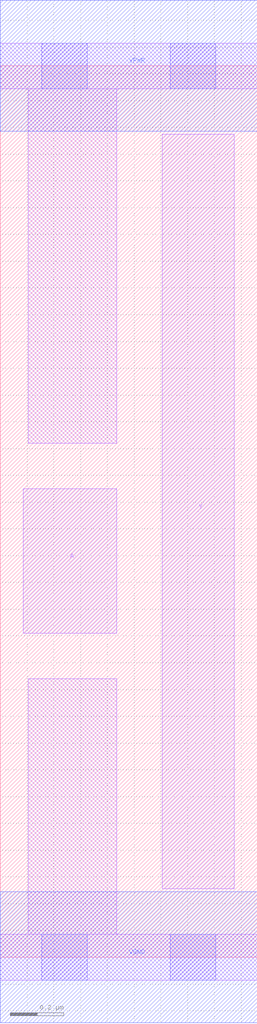
<source format=lef>
# Copyright 2020 The SkyWater PDK Authors
#
# Licensed under the Apache License, Version 2.0 (the "License");
# you may not use this file except in compliance with the License.
# You may obtain a copy of the License at
#
#     https://www.apache.org/licenses/LICENSE-2.0
#
# Unless required by applicable law or agreed to in writing, software
# distributed under the License is distributed on an "AS IS" BASIS,
# WITHOUT WARRANTIES OR CONDITIONS OF ANY KIND, either express or implied.
# See the License for the specific language governing permissions and
# limitations under the License.
#
# SPDX-License-Identifier: Apache-2.0

VERSION 5.7 ;
  NAMESCASESENSITIVE ON ;
  NOWIREEXTENSIONATPIN ON ;
  DIVIDERCHAR "/" ;
  BUSBITCHARS "[]" ;
UNITS
  DATABASE MICRONS 200 ;
END UNITS
MACRO sky130_fd_sc_lp__inv_1
  CLASS CORE ;
  SOURCE USER ;
  FOREIGN sky130_fd_sc_lp__inv_1 ;
  ORIGIN  0.000000  0.000000 ;
  SIZE  0.960000 BY  3.330000 ;
  SYMMETRY X Y R90 ;
  SITE unit ;
  PIN A
    ANTENNAGATEAREA  0.315000 ;
    DIRECTION INPUT ;
    USE SIGNAL ;
    PORT
      LAYER li1 ;
        RECT 0.085000 1.210000 0.435000 1.750000 ;
    END
  END A
  PIN Y
    ANTENNADIFFAREA  0.556500 ;
    DIRECTION OUTPUT ;
    USE SIGNAL ;
    PORT
      LAYER li1 ;
        RECT 0.605000 0.255000 0.875000 3.075000 ;
    END
  END Y
  PIN VGND
    DIRECTION INOUT ;
    USE GROUND ;
    PORT
      LAYER met1 ;
        RECT 0.000000 -0.245000 0.960000 0.245000 ;
    END
  END VGND
  PIN VPWR
    DIRECTION INOUT ;
    USE POWER ;
    PORT
      LAYER met1 ;
        RECT 0.000000 3.085000 0.960000 3.575000 ;
    END
  END VPWR
  OBS
    LAYER li1 ;
      RECT 0.000000 -0.085000 0.960000 0.085000 ;
      RECT 0.000000  3.245000 0.960000 3.415000 ;
      RECT 0.105000  0.085000 0.435000 1.040000 ;
      RECT 0.105000  1.920000 0.435000 3.245000 ;
    LAYER mcon ;
      RECT 0.155000 -0.085000 0.325000 0.085000 ;
      RECT 0.155000  3.245000 0.325000 3.415000 ;
      RECT 0.635000 -0.085000 0.805000 0.085000 ;
      RECT 0.635000  3.245000 0.805000 3.415000 ;
  END
END sky130_fd_sc_lp__inv_1

</source>
